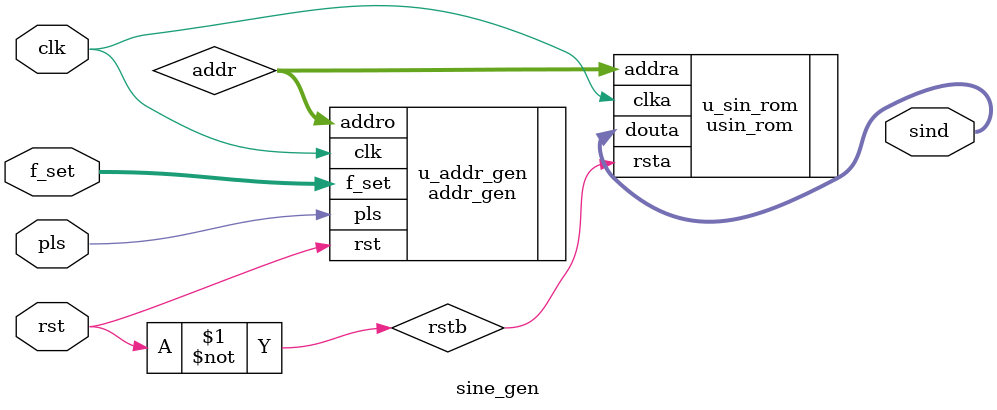
<source format=v>
module sine_gen
(
input	wire			rst		,
input	wire			clk		,
input	wire			pls		,	// 500KHz
input	wire	[15:0]	f_set	,
//----------------------
output	wire	[11:0]	sind
);

wire 		rstb	;
wire [11:0]	addr	;

assign rstb = ~ rst;

usin_rom u_sin_rom
(
.rsta		( rstb		)	,
.clka		( clk		)	,
.addra		( addr 		)	,
.douta		( sind		)
);

addr_gen u_addr_gen
(
.rst		( rst		)	,
.clk		( clk		)	,
.pls		( pls		)	,	// 500KHz
.f_set		( f_set 	)	,
.addro		( addr		)
);

endmodule
</source>
